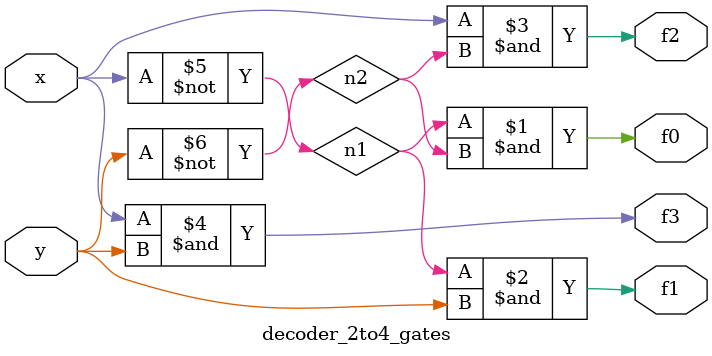
<source format=v>
module decoder_2to4_gates (x,y,f0,f1,f2,f3);
input x,y;
output f0,f1,f2,f3;

wire n1,n2;

not i1 (n1,x);
not i2 (n2,y);
and a1 (f0,n1,n2);
and a2 (f1,n1,y);
and a3 (f2,x,n2);
and a4 (f3,x,y);

endmodule

</source>
